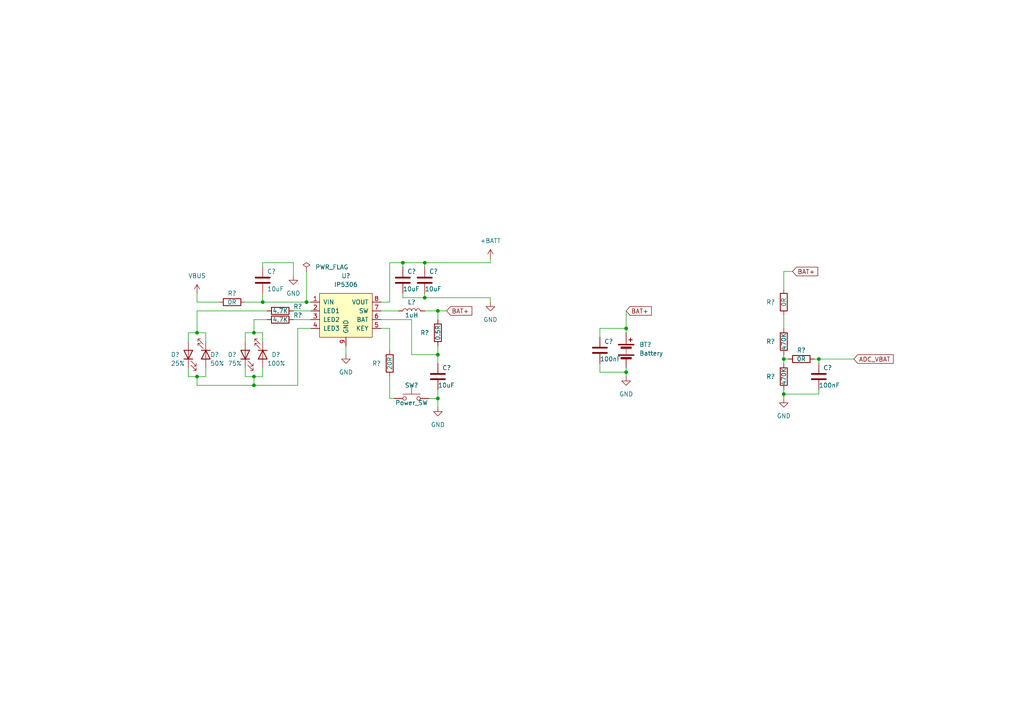
<source format=kicad_sch>
(kicad_sch (version 20230121) (generator eeschema)

  (uuid 94a0fa17-cea9-4096-a16f-0f67faf2fa49)

  (paper "A4")

  (title_block
    (title "ChronoVolt_Control")
    (date "2023-10-08")
    (rev "0.3")
    (company "Final Resolution")
  )

  (lib_symbols
    (symbol "Device:Battery" (pin_numbers hide) (pin_names (offset 0) hide) (in_bom yes) (on_board yes)
      (property "Reference" "BT" (at 2.54 2.54 0)
        (effects (font (size 1.27 1.27)) (justify left))
      )
      (property "Value" "Battery" (at 2.54 0 0)
        (effects (font (size 1.27 1.27)) (justify left))
      )
      (property "Footprint" "" (at 0 1.524 90)
        (effects (font (size 1.27 1.27)) hide)
      )
      (property "Datasheet" "~" (at 0 1.524 90)
        (effects (font (size 1.27 1.27)) hide)
      )
      (property "ki_keywords" "batt voltage-source cell" (at 0 0 0)
        (effects (font (size 1.27 1.27)) hide)
      )
      (property "ki_description" "Multiple-cell battery" (at 0 0 0)
        (effects (font (size 1.27 1.27)) hide)
      )
      (symbol "Battery_0_1"
        (rectangle (start -2.286 -1.27) (end 2.286 -1.524)
          (stroke (width 0) (type default))
          (fill (type outline))
        )
        (rectangle (start -2.286 1.778) (end 2.286 1.524)
          (stroke (width 0) (type default))
          (fill (type outline))
        )
        (rectangle (start -1.524 -2.032) (end 1.524 -2.54)
          (stroke (width 0) (type default))
          (fill (type outline))
        )
        (rectangle (start -1.524 1.016) (end 1.524 0.508)
          (stroke (width 0) (type default))
          (fill (type outline))
        )
        (polyline
          (pts
            (xy 0 -1.016)
            (xy 0 -0.762)
          )
          (stroke (width 0) (type default))
          (fill (type none))
        )
        (polyline
          (pts
            (xy 0 -0.508)
            (xy 0 -0.254)
          )
          (stroke (width 0) (type default))
          (fill (type none))
        )
        (polyline
          (pts
            (xy 0 0)
            (xy 0 0.254)
          )
          (stroke (width 0) (type default))
          (fill (type none))
        )
        (polyline
          (pts
            (xy 0 1.778)
            (xy 0 2.54)
          )
          (stroke (width 0) (type default))
          (fill (type none))
        )
        (polyline
          (pts
            (xy 0.762 3.048)
            (xy 1.778 3.048)
          )
          (stroke (width 0.254) (type default))
          (fill (type none))
        )
        (polyline
          (pts
            (xy 1.27 3.556)
            (xy 1.27 2.54)
          )
          (stroke (width 0.254) (type default))
          (fill (type none))
        )
      )
      (symbol "Battery_1_1"
        (pin passive line (at 0 5.08 270) (length 2.54)
          (name "+" (effects (font (size 1.27 1.27))))
          (number "1" (effects (font (size 1.27 1.27))))
        )
        (pin passive line (at 0 -5.08 90) (length 2.54)
          (name "-" (effects (font (size 1.27 1.27))))
          (number "2" (effects (font (size 1.27 1.27))))
        )
      )
    )
    (symbol "Device:C" (pin_numbers hide) (pin_names (offset 0.254)) (in_bom yes) (on_board yes)
      (property "Reference" "C" (at 0.635 2.54 0)
        (effects (font (size 1.27 1.27)) (justify left))
      )
      (property "Value" "C" (at 0.635 -2.54 0)
        (effects (font (size 1.27 1.27)) (justify left))
      )
      (property "Footprint" "" (at 0.9652 -3.81 0)
        (effects (font (size 1.27 1.27)) hide)
      )
      (property "Datasheet" "~" (at 0 0 0)
        (effects (font (size 1.27 1.27)) hide)
      )
      (property "ki_keywords" "cap capacitor" (at 0 0 0)
        (effects (font (size 1.27 1.27)) hide)
      )
      (property "ki_description" "Unpolarized capacitor" (at 0 0 0)
        (effects (font (size 1.27 1.27)) hide)
      )
      (property "ki_fp_filters" "C_*" (at 0 0 0)
        (effects (font (size 1.27 1.27)) hide)
      )
      (symbol "C_0_1"
        (polyline
          (pts
            (xy -2.032 -0.762)
            (xy 2.032 -0.762)
          )
          (stroke (width 0.508) (type default))
          (fill (type none))
        )
        (polyline
          (pts
            (xy -2.032 0.762)
            (xy 2.032 0.762)
          )
          (stroke (width 0.508) (type default))
          (fill (type none))
        )
      )
      (symbol "C_1_1"
        (pin passive line (at 0 3.81 270) (length 2.794)
          (name "~" (effects (font (size 1.27 1.27))))
          (number "1" (effects (font (size 1.27 1.27))))
        )
        (pin passive line (at 0 -3.81 90) (length 2.794)
          (name "~" (effects (font (size 1.27 1.27))))
          (number "2" (effects (font (size 1.27 1.27))))
        )
      )
    )
    (symbol "Device:L" (pin_numbers hide) (pin_names (offset 1.016) hide) (in_bom yes) (on_board yes)
      (property "Reference" "L" (at -1.27 0 90)
        (effects (font (size 1.27 1.27)))
      )
      (property "Value" "L" (at 1.905 0 90)
        (effects (font (size 1.27 1.27)))
      )
      (property "Footprint" "" (at 0 0 0)
        (effects (font (size 1.27 1.27)) hide)
      )
      (property "Datasheet" "~" (at 0 0 0)
        (effects (font (size 1.27 1.27)) hide)
      )
      (property "ki_keywords" "inductor choke coil reactor magnetic" (at 0 0 0)
        (effects (font (size 1.27 1.27)) hide)
      )
      (property "ki_description" "Inductor" (at 0 0 0)
        (effects (font (size 1.27 1.27)) hide)
      )
      (property "ki_fp_filters" "Choke_* *Coil* Inductor_* L_*" (at 0 0 0)
        (effects (font (size 1.27 1.27)) hide)
      )
      (symbol "L_0_1"
        (arc (start 0 -2.54) (mid 0.6323 -1.905) (end 0 -1.27)
          (stroke (width 0) (type default))
          (fill (type none))
        )
        (arc (start 0 -1.27) (mid 0.6323 -0.635) (end 0 0)
          (stroke (width 0) (type default))
          (fill (type none))
        )
        (arc (start 0 0) (mid 0.6323 0.635) (end 0 1.27)
          (stroke (width 0) (type default))
          (fill (type none))
        )
        (arc (start 0 1.27) (mid 0.6323 1.905) (end 0 2.54)
          (stroke (width 0) (type default))
          (fill (type none))
        )
      )
      (symbol "L_1_1"
        (pin passive line (at 0 3.81 270) (length 1.27)
          (name "1" (effects (font (size 1.27 1.27))))
          (number "1" (effects (font (size 1.27 1.27))))
        )
        (pin passive line (at 0 -3.81 90) (length 1.27)
          (name "2" (effects (font (size 1.27 1.27))))
          (number "2" (effects (font (size 1.27 1.27))))
        )
      )
    )
    (symbol "Device:LED" (pin_numbers hide) (pin_names (offset 1.016) hide) (in_bom yes) (on_board yes)
      (property "Reference" "D" (at 0 2.54 0)
        (effects (font (size 1.27 1.27)))
      )
      (property "Value" "LED" (at 0 -2.54 0)
        (effects (font (size 1.27 1.27)))
      )
      (property "Footprint" "" (at 0 0 0)
        (effects (font (size 1.27 1.27)) hide)
      )
      (property "Datasheet" "~" (at 0 0 0)
        (effects (font (size 1.27 1.27)) hide)
      )
      (property "ki_keywords" "LED diode" (at 0 0 0)
        (effects (font (size 1.27 1.27)) hide)
      )
      (property "ki_description" "Light emitting diode" (at 0 0 0)
        (effects (font (size 1.27 1.27)) hide)
      )
      (property "ki_fp_filters" "LED* LED_SMD:* LED_THT:*" (at 0 0 0)
        (effects (font (size 1.27 1.27)) hide)
      )
      (symbol "LED_0_1"
        (polyline
          (pts
            (xy -1.27 -1.27)
            (xy -1.27 1.27)
          )
          (stroke (width 0.254) (type default))
          (fill (type none))
        )
        (polyline
          (pts
            (xy -1.27 0)
            (xy 1.27 0)
          )
          (stroke (width 0) (type default))
          (fill (type none))
        )
        (polyline
          (pts
            (xy 1.27 -1.27)
            (xy 1.27 1.27)
            (xy -1.27 0)
            (xy 1.27 -1.27)
          )
          (stroke (width 0.254) (type default))
          (fill (type none))
        )
        (polyline
          (pts
            (xy -3.048 -0.762)
            (xy -4.572 -2.286)
            (xy -3.81 -2.286)
            (xy -4.572 -2.286)
            (xy -4.572 -1.524)
          )
          (stroke (width 0) (type default))
          (fill (type none))
        )
        (polyline
          (pts
            (xy -1.778 -0.762)
            (xy -3.302 -2.286)
            (xy -2.54 -2.286)
            (xy -3.302 -2.286)
            (xy -3.302 -1.524)
          )
          (stroke (width 0) (type default))
          (fill (type none))
        )
      )
      (symbol "LED_1_1"
        (pin passive line (at -3.81 0 0) (length 2.54)
          (name "K" (effects (font (size 1.27 1.27))))
          (number "1" (effects (font (size 1.27 1.27))))
        )
        (pin passive line (at 3.81 0 180) (length 2.54)
          (name "A" (effects (font (size 1.27 1.27))))
          (number "2" (effects (font (size 1.27 1.27))))
        )
      )
    )
    (symbol "Device:R" (pin_numbers hide) (pin_names (offset 0)) (in_bom yes) (on_board yes)
      (property "Reference" "R" (at 2.032 0 90)
        (effects (font (size 1.27 1.27)))
      )
      (property "Value" "R" (at 0 0 90)
        (effects (font (size 1.27 1.27)))
      )
      (property "Footprint" "" (at -1.778 0 90)
        (effects (font (size 1.27 1.27)) hide)
      )
      (property "Datasheet" "~" (at 0 0 0)
        (effects (font (size 1.27 1.27)) hide)
      )
      (property "ki_keywords" "R res resistor" (at 0 0 0)
        (effects (font (size 1.27 1.27)) hide)
      )
      (property "ki_description" "Resistor" (at 0 0 0)
        (effects (font (size 1.27 1.27)) hide)
      )
      (property "ki_fp_filters" "R_*" (at 0 0 0)
        (effects (font (size 1.27 1.27)) hide)
      )
      (symbol "R_0_1"
        (rectangle (start -1.016 -2.54) (end 1.016 2.54)
          (stroke (width 0.254) (type default))
          (fill (type none))
        )
      )
      (symbol "R_1_1"
        (pin passive line (at 0 3.81 270) (length 1.27)
          (name "~" (effects (font (size 1.27 1.27))))
          (number "1" (effects (font (size 1.27 1.27))))
        )
        (pin passive line (at 0 -3.81 90) (length 1.27)
          (name "~" (effects (font (size 1.27 1.27))))
          (number "2" (effects (font (size 1.27 1.27))))
        )
      )
    )
    (symbol "Final_MIX-EXP_Lib:IP5306" (pin_names (offset 1.016)) (in_bom yes) (on_board yes)
      (property "Reference" "U" (at 0 0 0)
        (effects (font (size 1.27 1.27)))
      )
      (property "Value" "IP5306" (at 7.62 0 0)
        (effects (font (size 1.27 1.27)))
      )
      (property "Footprint" "" (at 0 0 0)
        (effects (font (size 1.27 1.27)) hide)
      )
      (property "Datasheet" "" (at 0 0 0)
        (effects (font (size 1.27 1.27)) hide)
      )
      (symbol "IP5306_0_1"
        (rectangle (start 0 -1.27) (end 15.24 -13.97)
          (stroke (width 0) (type default))
          (fill (type background))
        )
      )
      (symbol "IP5306_1_1"
        (pin power_in line (at -2.54 -3.81 0) (length 2.54)
          (name "VIN" (effects (font (size 1.27 1.27))))
          (number "1" (effects (font (size 1.27 1.27))))
        )
        (pin passive line (at -2.54 -6.35 0) (length 2.54)
          (name "LED1" (effects (font (size 1.27 1.27))))
          (number "2" (effects (font (size 1.27 1.27))))
        )
        (pin passive line (at -2.54 -8.89 0) (length 2.54)
          (name "LED2" (effects (font (size 1.27 1.27))))
          (number "3" (effects (font (size 1.27 1.27))))
        )
        (pin passive line (at -2.54 -11.43 0) (length 2.54)
          (name "LED3" (effects (font (size 1.27 1.27))))
          (number "4" (effects (font (size 1.27 1.27))))
        )
        (pin passive line (at 17.78 -11.43 180) (length 2.54)
          (name "KEY" (effects (font (size 1.27 1.27))))
          (number "5" (effects (font (size 1.27 1.27))))
        )
        (pin passive line (at 17.78 -8.89 180) (length 2.54)
          (name "BAT" (effects (font (size 1.27 1.27))))
          (number "6" (effects (font (size 1.27 1.27))))
        )
        (pin passive line (at 17.78 -6.35 180) (length 2.54)
          (name "SW" (effects (font (size 1.27 1.27))))
          (number "7" (effects (font (size 1.27 1.27))))
        )
        (pin power_out line (at 17.78 -3.81 180) (length 2.54)
          (name "VOUT" (effects (font (size 1.27 1.27))))
          (number "8" (effects (font (size 1.27 1.27))))
        )
        (pin power_in line (at 7.62 -16.51 90) (length 2.54)
          (name "GND" (effects (font (size 1.27 1.27))))
          (number "9" (effects (font (size 1.27 1.27))))
        )
      )
    )
    (symbol "Switch:SW_Push" (pin_numbers hide) (pin_names (offset 1.016) hide) (in_bom yes) (on_board yes)
      (property "Reference" "SW" (at 1.27 2.54 0)
        (effects (font (size 1.27 1.27)) (justify left))
      )
      (property "Value" "SW_Push" (at 0 -1.524 0)
        (effects (font (size 1.27 1.27)))
      )
      (property "Footprint" "" (at 0 5.08 0)
        (effects (font (size 1.27 1.27)) hide)
      )
      (property "Datasheet" "~" (at 0 5.08 0)
        (effects (font (size 1.27 1.27)) hide)
      )
      (property "ki_keywords" "switch normally-open pushbutton push-button" (at 0 0 0)
        (effects (font (size 1.27 1.27)) hide)
      )
      (property "ki_description" "Push button switch, generic, two pins" (at 0 0 0)
        (effects (font (size 1.27 1.27)) hide)
      )
      (symbol "SW_Push_0_1"
        (circle (center -2.032 0) (radius 0.508)
          (stroke (width 0) (type default))
          (fill (type none))
        )
        (polyline
          (pts
            (xy 0 1.27)
            (xy 0 3.048)
          )
          (stroke (width 0) (type default))
          (fill (type none))
        )
        (polyline
          (pts
            (xy 2.54 1.27)
            (xy -2.54 1.27)
          )
          (stroke (width 0) (type default))
          (fill (type none))
        )
        (circle (center 2.032 0) (radius 0.508)
          (stroke (width 0) (type default))
          (fill (type none))
        )
        (pin passive line (at -5.08 0 0) (length 2.54)
          (name "1" (effects (font (size 1.27 1.27))))
          (number "1" (effects (font (size 1.27 1.27))))
        )
        (pin passive line (at 5.08 0 180) (length 2.54)
          (name "2" (effects (font (size 1.27 1.27))))
          (number "2" (effects (font (size 1.27 1.27))))
        )
      )
    )
    (symbol "power:+BATT" (power) (pin_names (offset 0)) (in_bom yes) (on_board yes)
      (property "Reference" "#PWR" (at 0 -3.81 0)
        (effects (font (size 1.27 1.27)) hide)
      )
      (property "Value" "+BATT" (at 0 3.556 0)
        (effects (font (size 1.27 1.27)))
      )
      (property "Footprint" "" (at 0 0 0)
        (effects (font (size 1.27 1.27)) hide)
      )
      (property "Datasheet" "" (at 0 0 0)
        (effects (font (size 1.27 1.27)) hide)
      )
      (property "ki_keywords" "global power battery" (at 0 0 0)
        (effects (font (size 1.27 1.27)) hide)
      )
      (property "ki_description" "Power symbol creates a global label with name \"+BATT\"" (at 0 0 0)
        (effects (font (size 1.27 1.27)) hide)
      )
      (symbol "+BATT_0_1"
        (polyline
          (pts
            (xy -0.762 1.27)
            (xy 0 2.54)
          )
          (stroke (width 0) (type default))
          (fill (type none))
        )
        (polyline
          (pts
            (xy 0 0)
            (xy 0 2.54)
          )
          (stroke (width 0) (type default))
          (fill (type none))
        )
        (polyline
          (pts
            (xy 0 2.54)
            (xy 0.762 1.27)
          )
          (stroke (width 0) (type default))
          (fill (type none))
        )
      )
      (symbol "+BATT_1_1"
        (pin power_in line (at 0 0 90) (length 0) hide
          (name "+BATT" (effects (font (size 1.27 1.27))))
          (number "1" (effects (font (size 1.27 1.27))))
        )
      )
    )
    (symbol "power:GND" (power) (pin_names (offset 0)) (in_bom yes) (on_board yes)
      (property "Reference" "#PWR" (at 0 -6.35 0)
        (effects (font (size 1.27 1.27)) hide)
      )
      (property "Value" "GND" (at 0 -3.81 0)
        (effects (font (size 1.27 1.27)))
      )
      (property "Footprint" "" (at 0 0 0)
        (effects (font (size 1.27 1.27)) hide)
      )
      (property "Datasheet" "" (at 0 0 0)
        (effects (font (size 1.27 1.27)) hide)
      )
      (property "ki_keywords" "global power" (at 0 0 0)
        (effects (font (size 1.27 1.27)) hide)
      )
      (property "ki_description" "Power symbol creates a global label with name \"GND\" , ground" (at 0 0 0)
        (effects (font (size 1.27 1.27)) hide)
      )
      (symbol "GND_0_1"
        (polyline
          (pts
            (xy 0 0)
            (xy 0 -1.27)
            (xy 1.27 -1.27)
            (xy 0 -2.54)
            (xy -1.27 -1.27)
            (xy 0 -1.27)
          )
          (stroke (width 0) (type default))
          (fill (type none))
        )
      )
      (symbol "GND_1_1"
        (pin power_in line (at 0 0 270) (length 0) hide
          (name "GND" (effects (font (size 1.27 1.27))))
          (number "1" (effects (font (size 1.27 1.27))))
        )
      )
    )
    (symbol "power:PWR_FLAG" (power) (pin_numbers hide) (pin_names (offset 0) hide) (in_bom yes) (on_board yes)
      (property "Reference" "#FLG" (at 0 1.905 0)
        (effects (font (size 1.27 1.27)) hide)
      )
      (property "Value" "PWR_FLAG" (at 0 3.81 0)
        (effects (font (size 1.27 1.27)))
      )
      (property "Footprint" "" (at 0 0 0)
        (effects (font (size 1.27 1.27)) hide)
      )
      (property "Datasheet" "~" (at 0 0 0)
        (effects (font (size 1.27 1.27)) hide)
      )
      (property "ki_keywords" "flag power" (at 0 0 0)
        (effects (font (size 1.27 1.27)) hide)
      )
      (property "ki_description" "Special symbol for telling ERC where power comes from" (at 0 0 0)
        (effects (font (size 1.27 1.27)) hide)
      )
      (symbol "PWR_FLAG_0_0"
        (pin power_out line (at 0 0 90) (length 0)
          (name "pwr" (effects (font (size 1.27 1.27))))
          (number "1" (effects (font (size 1.27 1.27))))
        )
      )
      (symbol "PWR_FLAG_0_1"
        (polyline
          (pts
            (xy 0 0)
            (xy 0 1.27)
            (xy -1.016 1.905)
            (xy 0 2.54)
            (xy 1.016 1.905)
            (xy 0 1.27)
          )
          (stroke (width 0) (type default))
          (fill (type none))
        )
      )
    )
    (symbol "power:VBUS" (power) (pin_names (offset 0)) (in_bom yes) (on_board yes)
      (property "Reference" "#PWR" (at 0 -3.81 0)
        (effects (font (size 1.27 1.27)) hide)
      )
      (property "Value" "VBUS" (at 0 3.81 0)
        (effects (font (size 1.27 1.27)))
      )
      (property "Footprint" "" (at 0 0 0)
        (effects (font (size 1.27 1.27)) hide)
      )
      (property "Datasheet" "" (at 0 0 0)
        (effects (font (size 1.27 1.27)) hide)
      )
      (property "ki_keywords" "global power" (at 0 0 0)
        (effects (font (size 1.27 1.27)) hide)
      )
      (property "ki_description" "Power symbol creates a global label with name \"VBUS\"" (at 0 0 0)
        (effects (font (size 1.27 1.27)) hide)
      )
      (symbol "VBUS_0_1"
        (polyline
          (pts
            (xy -0.762 1.27)
            (xy 0 2.54)
          )
          (stroke (width 0) (type default))
          (fill (type none))
        )
        (polyline
          (pts
            (xy 0 0)
            (xy 0 2.54)
          )
          (stroke (width 0) (type default))
          (fill (type none))
        )
        (polyline
          (pts
            (xy 0 2.54)
            (xy 0.762 1.27)
          )
          (stroke (width 0) (type default))
          (fill (type none))
        )
      )
      (symbol "VBUS_1_1"
        (pin power_in line (at 0 0 90) (length 0) hide
          (name "VBUS" (effects (font (size 1.27 1.27))))
          (number "1" (effects (font (size 1.27 1.27))))
        )
      )
    )
  )

  (junction (at 127 90.17) (diameter 0) (color 0 0 0 0)
    (uuid 1caf4b39-f398-432c-ade7-a900b921f8bb)
  )
  (junction (at 227.33 104.14) (diameter 0) (color 0 0 0 0)
    (uuid 28306ce8-2994-4f21-95bf-98bbb696c0c2)
  )
  (junction (at 127 102.87) (diameter 0) (color 0 0 0 0)
    (uuid 57ff36bf-aeae-444e-b912-10853ecc825b)
  )
  (junction (at 57.15 109.22) (diameter 0) (color 0 0 0 0)
    (uuid 5a023090-ba1c-4026-8b60-7b57361f7d95)
  )
  (junction (at 127 115.57) (diameter 0) (color 0 0 0 0)
    (uuid 6e084287-842e-4503-a6e9-1a42e755b410)
  )
  (junction (at 237.49 104.14) (diameter 0) (color 0 0 0 0)
    (uuid 6ec23bc6-ec3c-4a73-9441-89c6766e924e)
  )
  (junction (at 227.33 114.3) (diameter 0) (color 0 0 0 0)
    (uuid 932bb0a6-5d9c-4550-aa7d-4f7f36735083)
  )
  (junction (at 88.9 87.63) (diameter 0) (color 0 0 0 0)
    (uuid 96753289-9018-43cf-b3fe-631b163cbb8d)
  )
  (junction (at 123.19 76.2) (diameter 0) (color 0 0 0 0)
    (uuid 97fb9185-35fa-4fa9-b7e7-cd733b3fdd61)
  )
  (junction (at 181.61 107.95) (diameter 0) (color 0 0 0 0)
    (uuid 9ccf3c2a-c0b2-41c0-a0a7-41c8ca01512e)
  )
  (junction (at 76.2 87.63) (diameter 0) (color 0 0 0 0)
    (uuid 9f7002da-75c5-4066-9550-3f531fecf7b3)
  )
  (junction (at 73.66 109.22) (diameter 0) (color 0 0 0 0)
    (uuid a1204e72-61ef-4723-9055-a5eb96fbb19a)
  )
  (junction (at 57.15 96.52) (diameter 0) (color 0 0 0 0)
    (uuid b6ee4d8c-a613-4888-b51e-124cc0add4f0)
  )
  (junction (at 181.61 95.25) (diameter 0) (color 0 0 0 0)
    (uuid ca208625-8d91-4168-812d-901fc5cf114e)
  )
  (junction (at 73.66 96.52) (diameter 0) (color 0 0 0 0)
    (uuid e86405bb-03f7-4d74-b7af-8d090d26aaf3)
  )
  (junction (at 116.84 76.2) (diameter 0) (color 0 0 0 0)
    (uuid f1dd5356-10cf-4ca2-9488-305ddb72c17f)
  )
  (junction (at 73.66 111.76) (diameter 0) (color 0 0 0 0)
    (uuid f88d3c8f-082a-4829-a167-df609cd2b32d)
  )
  (junction (at 123.19 86.36) (diameter 0) (color 0 0 0 0)
    (uuid fe426e81-579e-4156-bd4f-70de7915f0c3)
  )

  (wire (pts (xy 123.19 86.36) (xy 123.19 85.09))
    (stroke (width 0) (type default))
    (uuid 02416aff-d67d-4357-a2f5-65504523b6e3)
  )
  (wire (pts (xy 181.61 106.68) (xy 181.61 107.95))
    (stroke (width 0) (type default))
    (uuid 0296768f-7457-4324-b87d-84fbbf5daf9c)
  )
  (wire (pts (xy 237.49 114.3) (xy 227.33 114.3))
    (stroke (width 0) (type default))
    (uuid 062e69d0-2d01-4bfb-9092-ef3b6167e9f2)
  )
  (wire (pts (xy 181.61 90.17) (xy 181.61 95.25))
    (stroke (width 0) (type default))
    (uuid 0f61f529-c73d-42d3-8748-4920f39a3171)
  )
  (wire (pts (xy 57.15 96.52) (xy 59.69 96.52))
    (stroke (width 0) (type default))
    (uuid 14313cb2-a258-4f07-b704-85117bf4e267)
  )
  (wire (pts (xy 85.09 76.2) (xy 76.2 76.2))
    (stroke (width 0) (type default))
    (uuid 155ffe24-73df-43e4-b7ed-23a640278e42)
  )
  (wire (pts (xy 173.99 95.25) (xy 181.61 95.25))
    (stroke (width 0) (type default))
    (uuid 16732e34-8d8d-4900-97fc-6a6888a19fa6)
  )
  (wire (pts (xy 237.49 104.14) (xy 237.49 105.41))
    (stroke (width 0) (type default))
    (uuid 1c95130c-0d73-475a-8574-723ba0dfa6cc)
  )
  (wire (pts (xy 71.12 106.68) (xy 71.12 109.22))
    (stroke (width 0) (type default))
    (uuid 219a3daa-290b-4af1-97a9-bbe046bc91b8)
  )
  (wire (pts (xy 71.12 99.06) (xy 71.12 96.52))
    (stroke (width 0) (type default))
    (uuid 2205c7b7-06ab-4c1d-8dd6-8723eabe9a08)
  )
  (wire (pts (xy 227.33 104.14) (xy 228.6 104.14))
    (stroke (width 0) (type default))
    (uuid 26a30e1c-683c-4fe9-b5db-b6c9550c3c1f)
  )
  (wire (pts (xy 88.9 78.74) (xy 88.9 87.63))
    (stroke (width 0) (type default))
    (uuid 26abf7cd-e738-4f22-907d-e13515a3a2f3)
  )
  (wire (pts (xy 110.49 92.71) (xy 119.38 92.71))
    (stroke (width 0) (type default))
    (uuid 2704868e-2121-49b5-92d9-39f98c3fd6e7)
  )
  (wire (pts (xy 227.33 113.03) (xy 227.33 114.3))
    (stroke (width 0) (type default))
    (uuid 32623ea7-d719-4d7b-8b32-77ea7066a890)
  )
  (wire (pts (xy 173.99 97.79) (xy 173.99 95.25))
    (stroke (width 0) (type default))
    (uuid 34cff1a3-e8c2-4976-b828-d086fd4c0ba6)
  )
  (wire (pts (xy 119.38 92.71) (xy 119.38 102.87))
    (stroke (width 0) (type default))
    (uuid 39a7bca7-b90d-4e90-acd7-7fd94645dc02)
  )
  (wire (pts (xy 181.61 95.25) (xy 181.61 96.52))
    (stroke (width 0) (type default))
    (uuid 3a73fb1e-3501-4b98-87a9-017d9d41559a)
  )
  (wire (pts (xy 123.19 76.2) (xy 142.24 76.2))
    (stroke (width 0) (type default))
    (uuid 3d5496be-69f8-4b14-8f28-18a30624658f)
  )
  (wire (pts (xy 57.15 87.63) (xy 63.5 87.63))
    (stroke (width 0) (type default))
    (uuid 4094e3fb-6d7a-42c7-8891-15bb0c1251ba)
  )
  (wire (pts (xy 124.46 115.57) (xy 127 115.57))
    (stroke (width 0) (type default))
    (uuid 4527dedd-47e4-4bcf-bf9f-7dae5820028d)
  )
  (wire (pts (xy 142.24 87.63) (xy 142.24 86.36))
    (stroke (width 0) (type default))
    (uuid 478da985-a55a-4998-bfbe-94f79d187bb7)
  )
  (wire (pts (xy 229.87 78.74) (xy 227.33 78.74))
    (stroke (width 0) (type default))
    (uuid 49faebf5-0e6d-4c42-b312-96053a1af2ac)
  )
  (wire (pts (xy 54.61 96.52) (xy 54.61 99.06))
    (stroke (width 0) (type default))
    (uuid 4c7d7e04-d5a4-4718-ae8c-1c6fd2675cda)
  )
  (wire (pts (xy 71.12 96.52) (xy 73.66 96.52))
    (stroke (width 0) (type default))
    (uuid 4df82a8c-2a6e-4fe4-8fbf-ef4a6bd3cf46)
  )
  (wire (pts (xy 54.61 109.22) (xy 57.15 109.22))
    (stroke (width 0) (type default))
    (uuid 4f5c1486-acff-4a7c-bf6d-b63ee041b167)
  )
  (wire (pts (xy 237.49 104.14) (xy 247.65 104.14))
    (stroke (width 0) (type default))
    (uuid 52309429-0360-4ad7-b91b-06db02a237d5)
  )
  (wire (pts (xy 76.2 87.63) (xy 88.9 87.63))
    (stroke (width 0) (type default))
    (uuid 55a8ecc6-99e1-4713-b9cd-434d448770c1)
  )
  (wire (pts (xy 86.36 111.76) (xy 73.66 111.76))
    (stroke (width 0) (type default))
    (uuid 57f86de8-9850-4260-951f-c3c604184384)
  )
  (wire (pts (xy 127 90.17) (xy 123.19 90.17))
    (stroke (width 0) (type default))
    (uuid 610172e9-52a0-4d39-802f-41738afbb5bd)
  )
  (wire (pts (xy 59.69 99.06) (xy 59.69 96.52))
    (stroke (width 0) (type default))
    (uuid 63046181-73d4-4935-b2ea-2cc63645b224)
  )
  (wire (pts (xy 123.19 76.2) (xy 123.19 77.47))
    (stroke (width 0) (type default))
    (uuid 6774eb01-9ff5-4084-ad42-ef3c48b246d5)
  )
  (wire (pts (xy 142.24 76.2) (xy 142.24 74.93))
    (stroke (width 0) (type default))
    (uuid 69fb672d-ebec-4bbb-bc60-77600730f53d)
  )
  (wire (pts (xy 76.2 96.52) (xy 76.2 99.06))
    (stroke (width 0) (type default))
    (uuid 6af236b7-c4af-42d0-9823-f675d67d1ef7)
  )
  (wire (pts (xy 85.09 90.17) (xy 90.17 90.17))
    (stroke (width 0) (type default))
    (uuid 6ca0d4b5-38e5-4f53-8179-82c139b29410)
  )
  (wire (pts (xy 110.49 95.25) (xy 113.03 95.25))
    (stroke (width 0) (type default))
    (uuid 6e090763-f883-4192-9cb7-2f035ca0f3db)
  )
  (wire (pts (xy 127 92.71) (xy 127 90.17))
    (stroke (width 0) (type default))
    (uuid 732d8a82-40d9-4ae7-a061-34b4f7b646a8)
  )
  (wire (pts (xy 73.66 92.71) (xy 73.66 96.52))
    (stroke (width 0) (type default))
    (uuid 736ccb29-25b5-4504-bde4-676e2cd0566d)
  )
  (wire (pts (xy 116.84 76.2) (xy 116.84 77.47))
    (stroke (width 0) (type default))
    (uuid 74c7691f-c31c-495d-baba-6591e2bc1bbe)
  )
  (wire (pts (xy 227.33 102.87) (xy 227.33 104.14))
    (stroke (width 0) (type default))
    (uuid 79644282-720e-4754-ab96-6797e3f5eadf)
  )
  (wire (pts (xy 116.84 86.36) (xy 123.19 86.36))
    (stroke (width 0) (type default))
    (uuid 80cd77c0-989e-4b30-9922-06f57286952e)
  )
  (wire (pts (xy 113.03 95.25) (xy 113.03 101.6))
    (stroke (width 0) (type default))
    (uuid 83c9f6b9-f0cf-495d-9920-53e7213a9d43)
  )
  (wire (pts (xy 73.66 109.22) (xy 76.2 109.22))
    (stroke (width 0) (type default))
    (uuid 84bea0e2-4f80-411b-9820-34b4498a3ec7)
  )
  (wire (pts (xy 54.61 106.68) (xy 54.61 109.22))
    (stroke (width 0) (type default))
    (uuid 850e0ea6-810d-441b-924a-ea933b670903)
  )
  (wire (pts (xy 227.33 114.3) (xy 227.33 115.57))
    (stroke (width 0) (type default))
    (uuid 86c1f306-ec08-4f64-b8a9-14ecca93ff72)
  )
  (wire (pts (xy 110.49 87.63) (xy 113.03 87.63))
    (stroke (width 0) (type default))
    (uuid 8798efc3-87ef-4e7f-bb19-7966b2c4edb9)
  )
  (wire (pts (xy 76.2 85.09) (xy 76.2 87.63))
    (stroke (width 0) (type default))
    (uuid 888e1a48-d553-4ebe-ba50-5db2f71bb8c5)
  )
  (wire (pts (xy 113.03 87.63) (xy 113.03 76.2))
    (stroke (width 0) (type default))
    (uuid 8972c3b1-ad51-4a5f-b073-2e3c2df8bed6)
  )
  (wire (pts (xy 119.38 102.87) (xy 127 102.87))
    (stroke (width 0) (type default))
    (uuid 8dc5bba0-b7b7-436b-a7e9-3530e20451c5)
  )
  (wire (pts (xy 86.36 95.25) (xy 86.36 111.76))
    (stroke (width 0) (type default))
    (uuid 8e97be71-4201-456d-8a92-2f6e6de58719)
  )
  (wire (pts (xy 57.15 85.09) (xy 57.15 87.63))
    (stroke (width 0) (type default))
    (uuid 95027a25-3ae8-4f3a-93ba-dd56b5fc0039)
  )
  (wire (pts (xy 88.9 87.63) (xy 90.17 87.63))
    (stroke (width 0) (type default))
    (uuid 9647fe0f-f6db-4b9a-bd6d-ff81ad152c64)
  )
  (wire (pts (xy 54.61 96.52) (xy 57.15 96.52))
    (stroke (width 0) (type default))
    (uuid 98260755-e014-43a3-a08d-8102323dbc05)
  )
  (wire (pts (xy 116.84 76.2) (xy 123.19 76.2))
    (stroke (width 0) (type default))
    (uuid 99ce2dd9-890a-47d9-ab50-43ed7a86f6a9)
  )
  (wire (pts (xy 71.12 87.63) (xy 76.2 87.63))
    (stroke (width 0) (type default))
    (uuid a0fc06f1-8b2f-4aa0-8de8-fea86499a47a)
  )
  (wire (pts (xy 76.2 76.2) (xy 76.2 77.47))
    (stroke (width 0) (type default))
    (uuid a3e844f8-f5a2-42df-ba9d-cebabf3bfe86)
  )
  (wire (pts (xy 227.33 91.44) (xy 227.33 95.25))
    (stroke (width 0) (type default))
    (uuid a6621005-7aa9-4747-905d-a36cc03f4546)
  )
  (wire (pts (xy 73.66 109.22) (xy 73.66 111.76))
    (stroke (width 0) (type default))
    (uuid a719bcf1-1ce9-4cfc-b538-9a522a57c7ef)
  )
  (wire (pts (xy 127 113.03) (xy 127 115.57))
    (stroke (width 0) (type default))
    (uuid a8576113-a1a2-44be-9cee-80d490d6eec5)
  )
  (wire (pts (xy 85.09 92.71) (xy 90.17 92.71))
    (stroke (width 0) (type default))
    (uuid a9306505-58b2-48f2-a5e7-316cf698beae)
  )
  (wire (pts (xy 181.61 107.95) (xy 181.61 109.22))
    (stroke (width 0) (type default))
    (uuid a94176b2-e5ed-4094-af6b-1cdb93317acc)
  )
  (wire (pts (xy 110.49 90.17) (xy 115.57 90.17))
    (stroke (width 0) (type default))
    (uuid b0d561ce-d5e3-4afc-b714-234db0ce0516)
  )
  (wire (pts (xy 123.19 86.36) (xy 142.24 86.36))
    (stroke (width 0) (type default))
    (uuid b6a355be-807f-4402-bb2a-c0186ecbdc24)
  )
  (wire (pts (xy 114.3 115.57) (xy 113.03 115.57))
    (stroke (width 0) (type default))
    (uuid b8b35ac2-54d5-4e06-8ed6-1d94233a47f5)
  )
  (wire (pts (xy 127 100.33) (xy 127 102.87))
    (stroke (width 0) (type default))
    (uuid bb73bd23-5b2d-433f-bc02-097fd3982d72)
  )
  (wire (pts (xy 90.17 95.25) (xy 86.36 95.25))
    (stroke (width 0) (type default))
    (uuid bc5e7027-c8b1-4f0f-8ff5-5c06f09e4520)
  )
  (wire (pts (xy 59.69 109.22) (xy 59.69 106.68))
    (stroke (width 0) (type default))
    (uuid bdc78058-6a77-47f3-af9b-36ec9a82109f)
  )
  (wire (pts (xy 77.47 92.71) (xy 73.66 92.71))
    (stroke (width 0) (type default))
    (uuid be617384-80f6-4c78-8445-92bd23a3847e)
  )
  (wire (pts (xy 71.12 109.22) (xy 73.66 109.22))
    (stroke (width 0) (type default))
    (uuid c588d1af-0b49-4a46-a9f0-1763b4e1fb45)
  )
  (wire (pts (xy 127 115.57) (xy 127 118.11))
    (stroke (width 0) (type default))
    (uuid c6b03cf5-17e2-4351-97ed-baeaf8afe9bf)
  )
  (wire (pts (xy 57.15 109.22) (xy 59.69 109.22))
    (stroke (width 0) (type default))
    (uuid c7dcc13f-82b0-4c27-bb80-9a75bd652bea)
  )
  (wire (pts (xy 173.99 105.41) (xy 173.99 107.95))
    (stroke (width 0) (type default))
    (uuid c817e7df-cbbb-40d4-b753-ed5cc5b0d03b)
  )
  (wire (pts (xy 73.66 96.52) (xy 76.2 96.52))
    (stroke (width 0) (type default))
    (uuid c83228ae-2473-4d51-9cf5-3309ca92b527)
  )
  (wire (pts (xy 113.03 76.2) (xy 116.84 76.2))
    (stroke (width 0) (type default))
    (uuid c886779a-c483-4deb-80b2-2d1430ca1ab3)
  )
  (wire (pts (xy 85.09 80.01) (xy 85.09 76.2))
    (stroke (width 0) (type default))
    (uuid c930afae-e3dc-4a44-bcb2-b100ab71ff31)
  )
  (wire (pts (xy 76.2 109.22) (xy 76.2 106.68))
    (stroke (width 0) (type default))
    (uuid cad35f48-1618-406e-a24b-33bec6220fae)
  )
  (wire (pts (xy 57.15 90.17) (xy 77.47 90.17))
    (stroke (width 0) (type default))
    (uuid cbbf0cb3-a1a1-406c-8278-baf928a1e7bc)
  )
  (wire (pts (xy 57.15 90.17) (xy 57.15 96.52))
    (stroke (width 0) (type default))
    (uuid ce61bbc1-dcff-4cea-9eb5-a91063f333b2)
  )
  (wire (pts (xy 127 102.87) (xy 127 105.41))
    (stroke (width 0) (type default))
    (uuid ceb9f870-056f-4699-af08-bff5b59d2369)
  )
  (wire (pts (xy 227.33 104.14) (xy 227.33 105.41))
    (stroke (width 0) (type default))
    (uuid d009da2b-4860-4865-adf4-6b26ac6dc6de)
  )
  (wire (pts (xy 127 90.17) (xy 129.54 90.17))
    (stroke (width 0) (type default))
    (uuid d3663c8a-a638-4929-a68f-a917d81d5175)
  )
  (wire (pts (xy 237.49 113.03) (xy 237.49 114.3))
    (stroke (width 0) (type default))
    (uuid d44b5c2a-636d-4be4-a8d8-2fa3598e65fa)
  )
  (wire (pts (xy 116.84 85.09) (xy 116.84 86.36))
    (stroke (width 0) (type default))
    (uuid e0e7cead-c61c-4f64-b80a-33af07f3c6b8)
  )
  (wire (pts (xy 236.22 104.14) (xy 237.49 104.14))
    (stroke (width 0) (type default))
    (uuid e17f22b2-9c77-4100-b22a-f4bbf160ce2b)
  )
  (wire (pts (xy 173.99 107.95) (xy 181.61 107.95))
    (stroke (width 0) (type default))
    (uuid e79c2717-693d-4765-a23f-f61a37dc844c)
  )
  (wire (pts (xy 113.03 109.22) (xy 113.03 115.57))
    (stroke (width 0) (type default))
    (uuid e79e4756-2bd4-4518-b748-7aea3a2d27e1)
  )
  (wire (pts (xy 57.15 111.76) (xy 57.15 109.22))
    (stroke (width 0) (type default))
    (uuid e9465a17-339c-4bf0-8432-9c1cc11e3ed7)
  )
  (wire (pts (xy 100.33 100.33) (xy 100.33 102.87))
    (stroke (width 0) (type default))
    (uuid eaf306af-8c76-47fd-a476-212995ffb38a)
  )
  (wire (pts (xy 227.33 78.74) (xy 227.33 83.82))
    (stroke (width 0) (type default))
    (uuid eed8f070-3bc9-4331-b653-c27818cc7886)
  )
  (wire (pts (xy 73.66 111.76) (xy 57.15 111.76))
    (stroke (width 0) (type default))
    (uuid fd477390-7254-4b2e-bec9-88ffc4fb5641)
  )

  (global_label "ADC_VBAT" (shape input) (at 247.65 104.14 0) (fields_autoplaced)
    (effects (font (size 1.27 1.27)) (justify left))
    (uuid 2efbaec7-330a-439d-b0bb-3f6c56f5b9e8)
    (property "Intersheetrefs" "${INTERSHEET_REFS}" (at 259.0741 104.0606 0)
      (effects (font (size 1.27 1.27)) (justify left))
    )
  )
  (global_label "BAT+" (shape input) (at 229.87 78.74 0) (fields_autoplaced)
    (effects (font (size 1.27 1.27)) (justify left))
    (uuid 9402fb8e-2921-4184-8fce-c8379009bc23)
    (property "Intersheetrefs" "${INTERSHEET_REFS}" (at 237.6744 78.74 0)
      (effects (font (size 1.27 1.27)) (justify left))
    )
  )
  (global_label "BAT+" (shape input) (at 181.61 90.17 0) (fields_autoplaced)
    (effects (font (size 1.27 1.27)) (justify left))
    (uuid e435e784-1744-4914-8a1c-2abf9465c942)
    (property "Intersheetrefs" "${INTERSHEET_REFS}" (at 189.4144 90.17 0)
      (effects (font (size 1.27 1.27)) (justify left))
    )
  )
  (global_label "BAT+" (shape input) (at 129.54 90.17 0) (fields_autoplaced)
    (effects (font (size 1.27 1.27)) (justify left))
    (uuid ed98af68-6984-42c0-82db-6dd26a66973c)
    (property "Intersheetrefs" "${INTERSHEET_REFS}" (at 137.3444 90.17 0)
      (effects (font (size 1.27 1.27)) (justify left))
    )
  )

  (symbol (lib_id "Device:LED") (at 54.61 102.87 90) (unit 1)
    (in_bom yes) (on_board yes) (dnp no)
    (uuid 10ce863c-a1a2-4cbc-bd1f-91617596b5ce)
    (property "Reference" "D?" (at 49.53 102.87 90)
      (effects (font (size 1.27 1.27)) (justify right))
    )
    (property "Value" "25%" (at 49.53 105.41 90)
      (effects (font (size 1.27 1.27)) (justify right))
    )
    (property "Footprint" "LED_SMD:LED_0603_1608Metric" (at 54.61 102.87 0)
      (effects (font (size 1.27 1.27)) hide)
    )
    (property "Datasheet" "~" (at 54.61 102.87 0)
      (effects (font (size 1.27 1.27)) hide)
    )
    (pin "1" (uuid f10a7a6b-43a0-4a68-b74c-f472eb207524))
    (pin "2" (uuid d1afa713-3aa8-420e-91a9-a039804db567))
    (instances
      (project "Final_MIX-EXP"
        (path "/57d1654d-9c25-44d8-bc57-77f170ab94a5/2d1ab53b-db34-47c2-b870-642c808657f7"
          (reference "D?") (unit 1)
        )
      )
      (project "ChronoVolt_Control"
        (path "/cceb3d39-99f1-4cc7-aa1d-f414cbebc8ea/a580061a-a1a9-4ffd-980e-7e30cdbca363"
          (reference "D6") (unit 1)
        )
      )
    )
  )

  (symbol (lib_id "Device:C") (at 123.19 81.28 0) (unit 1)
    (in_bom yes) (on_board yes) (dnp no)
    (uuid 12bd2747-6f66-478c-b864-09d769ad2f09)
    (property "Reference" "C?" (at 124.46 78.74 0)
      (effects (font (size 1.27 1.27)) (justify left))
    )
    (property "Value" "10uF" (at 123.19 83.82 0)
      (effects (font (size 1.27 1.27)) (justify left))
    )
    (property "Footprint" "Capacitor_SMD:C_0603_1608Metric" (at 124.1552 85.09 0)
      (effects (font (size 1.27 1.27)) hide)
    )
    (property "Datasheet" "~" (at 123.19 81.28 0)
      (effects (font (size 1.27 1.27)) hide)
    )
    (pin "1" (uuid c9db7579-dfcb-46c6-bcce-abbe1d7c5fdd))
    (pin "2" (uuid f4b773a8-1225-4db4-aed3-d3deaf5ace88))
    (instances
      (project "Final_MIX-EXP"
        (path "/57d1654d-9c25-44d8-bc57-77f170ab94a5/2d1ab53b-db34-47c2-b870-642c808657f7"
          (reference "C?") (unit 1)
        )
      )
      (project "ChronoVolt_Control"
        (path "/cceb3d39-99f1-4cc7-aa1d-f414cbebc8ea/a580061a-a1a9-4ffd-980e-7e30cdbca363"
          (reference "C18") (unit 1)
        )
      )
    )
  )

  (symbol (lib_id "power:+BATT") (at 142.24 74.93 0) (unit 1)
    (in_bom yes) (on_board yes) (dnp no) (fields_autoplaced)
    (uuid 23cc8858-4d62-49ec-9c21-c4a9eb9a1c82)
    (property "Reference" "#PWR?" (at 142.24 78.74 0)
      (effects (font (size 1.27 1.27)) hide)
    )
    (property "Value" "+BATT" (at 142.24 69.85 0)
      (effects (font (size 1.27 1.27)))
    )
    (property "Footprint" "" (at 142.24 74.93 0)
      (effects (font (size 1.27 1.27)) hide)
    )
    (property "Datasheet" "" (at 142.24 74.93 0)
      (effects (font (size 1.27 1.27)) hide)
    )
    (pin "1" (uuid 351eb138-1d94-4222-8483-3188507ff0a9))
    (instances
      (project "Final_MIX-EXP"
        (path "/57d1654d-9c25-44d8-bc57-77f170ab94a5/2d1ab53b-db34-47c2-b870-642c808657f7"
          (reference "#PWR?") (unit 1)
        )
      )
      (project "ChronoVolt_Control"
        (path "/cceb3d39-99f1-4cc7-aa1d-f414cbebc8ea/a580061a-a1a9-4ffd-980e-7e30cdbca363"
          (reference "#PWR046") (unit 1)
        )
      )
    )
  )

  (symbol (lib_id "Device:R") (at 67.31 87.63 90) (unit 1)
    (in_bom yes) (on_board yes) (dnp no)
    (uuid 2c0a238d-cc35-485b-9f98-84fae066b9ff)
    (property "Reference" "R?" (at 67.31 85.09 90)
      (effects (font (size 1.27 1.27)))
    )
    (property "Value" "0R" (at 67.31 87.63 90)
      (effects (font (size 1.27 1.27)))
    )
    (property "Footprint" "Resistor_SMD:R_0603_1608Metric" (at 67.31 89.408 90)
      (effects (font (size 1.27 1.27)) hide)
    )
    (property "Datasheet" "~" (at 67.31 87.63 0)
      (effects (font (size 1.27 1.27)) hide)
    )
    (pin "1" (uuid 748f8ed6-2611-4500-a219-ee1ba7874236))
    (pin "2" (uuid 39ac1761-81c8-4bb3-8eac-63ead87eda53))
    (instances
      (project "Final_MIX-EXP"
        (path "/57d1654d-9c25-44d8-bc57-77f170ab94a5/2d1ab53b-db34-47c2-b870-642c808657f7"
          (reference "R?") (unit 1)
        )
      )
      (project "ChronoVolt_Control"
        (path "/cceb3d39-99f1-4cc7-aa1d-f414cbebc8ea/a580061a-a1a9-4ffd-980e-7e30cdbca363"
          (reference "R19") (unit 1)
        )
      )
    )
  )

  (symbol (lib_id "Device:LED") (at 59.69 102.87 270) (unit 1)
    (in_bom yes) (on_board yes) (dnp no)
    (uuid 42a5a54e-534d-4651-9810-f1e4870de88c)
    (property "Reference" "D?" (at 60.96 102.87 90)
      (effects (font (size 1.27 1.27)) (justify left))
    )
    (property "Value" "50%" (at 60.96 105.41 90)
      (effects (font (size 1.27 1.27)) (justify left))
    )
    (property "Footprint" "LED_SMD:LED_0603_1608Metric" (at 59.69 102.87 0)
      (effects (font (size 1.27 1.27)) hide)
    )
    (property "Datasheet" "~" (at 59.69 102.87 0)
      (effects (font (size 1.27 1.27)) hide)
    )
    (pin "1" (uuid 883e2302-8632-4661-aa07-a43192dbf9fb))
    (pin "2" (uuid 8dbac928-53c5-4920-a9d2-cd11d44dc251))
    (instances
      (project "Final_MIX-EXP"
        (path "/57d1654d-9c25-44d8-bc57-77f170ab94a5/2d1ab53b-db34-47c2-b870-642c808657f7"
          (reference "D?") (unit 1)
        )
      )
      (project "ChronoVolt_Control"
        (path "/cceb3d39-99f1-4cc7-aa1d-f414cbebc8ea/a580061a-a1a9-4ffd-980e-7e30cdbca363"
          (reference "D7") (unit 1)
        )
      )
    )
  )

  (symbol (lib_id "Device:R") (at 81.28 92.71 90) (unit 1)
    (in_bom yes) (on_board yes) (dnp no)
    (uuid 4c43a967-92b6-4556-8372-2a6f8eb177b2)
    (property "Reference" "R?" (at 86.36 91.44 90)
      (effects (font (size 1.27 1.27)))
    )
    (property "Value" "4.7K" (at 81.28 92.71 90)
      (effects (font (size 1.27 1.27)))
    )
    (property "Footprint" "Resistor_SMD:R_0603_1608Metric" (at 81.28 94.488 90)
      (effects (font (size 1.27 1.27)) hide)
    )
    (property "Datasheet" "~" (at 81.28 92.71 0)
      (effects (font (size 1.27 1.27)) hide)
    )
    (pin "1" (uuid deb5f59c-0f58-4ee0-9bb3-f2d2c9370af1))
    (pin "2" (uuid 8624a810-4567-4b12-b3ec-fb42b0cc34d9))
    (instances
      (project "Final_MIX-EXP"
        (path "/57d1654d-9c25-44d8-bc57-77f170ab94a5/2d1ab53b-db34-47c2-b870-642c808657f7"
          (reference "R?") (unit 1)
        )
      )
      (project "ChronoVolt_Control"
        (path "/cceb3d39-99f1-4cc7-aa1d-f414cbebc8ea/a580061a-a1a9-4ffd-980e-7e30cdbca363"
          (reference "R21") (unit 1)
        )
      )
    )
  )

  (symbol (lib_id "Switch:SW_Push") (at 119.38 115.57 0) (unit 1)
    (in_bom yes) (on_board no) (dnp no)
    (uuid 4e032008-4793-4e5a-a1fc-e1748f7be956)
    (property "Reference" "SW?" (at 119.38 111.76 0)
      (effects (font (size 1.27 1.27)))
    )
    (property "Value" "Power_SW" (at 119.38 116.84 0)
      (effects (font (size 1.27 1.27)))
    )
    (property "Footprint" "Button_Switch_SMD:Panasonic_EVQPUL_EVQPUC" (at 119.38 110.49 0)
      (effects (font (size 1.27 1.27)) hide)
    )
    (property "Datasheet" "~" (at 119.38 110.49 0)
      (effects (font (size 1.27 1.27)) hide)
    )
    (pin "1" (uuid 966e9c69-b6db-4088-aec3-48146cb9179f))
    (pin "2" (uuid 486db651-0cc5-464c-acfa-773fdb9c9ac8))
    (instances
      (project "Final_MIX-EXP"
        (path "/57d1654d-9c25-44d8-bc57-77f170ab94a5/2d1ab53b-db34-47c2-b870-642c808657f7"
          (reference "SW?") (unit 1)
        )
      )
      (project "ChronoVolt_Control"
        (path "/cceb3d39-99f1-4cc7-aa1d-f414cbebc8ea/a580061a-a1a9-4ffd-980e-7e30cdbca363"
          (reference "SW4") (unit 1)
        )
      )
    )
  )

  (symbol (lib_id "Device:C") (at 237.49 109.22 0) (unit 1)
    (in_bom yes) (on_board yes) (dnp no)
    (uuid 501d9939-d9f4-48bf-b2b5-762cdb0e83f4)
    (property "Reference" "C?" (at 238.76 106.68 0)
      (effects (font (size 1.27 1.27)) (justify left))
    )
    (property "Value" "100nF" (at 237.49 111.76 0)
      (effects (font (size 1.27 1.27)) (justify left))
    )
    (property "Footprint" "Capacitor_SMD:C_0603_1608Metric" (at 238.4552 113.03 0)
      (effects (font (size 1.27 1.27)) hide)
    )
    (property "Datasheet" "~" (at 237.49 109.22 0)
      (effects (font (size 1.27 1.27)) hide)
    )
    (pin "1" (uuid c44a99a5-0b9f-40f1-b60c-2c212ae2720e))
    (pin "2" (uuid 599c65ff-ad03-4150-8b30-5d505038a51c))
    (instances
      (project "Final_MIX-EXP"
        (path "/57d1654d-9c25-44d8-bc57-77f170ab94a5/2d1ab53b-db34-47c2-b870-642c808657f7"
          (reference "C?") (unit 1)
        )
      )
      (project "ChronoVolt_Control"
        (path "/cceb3d39-99f1-4cc7-aa1d-f414cbebc8ea/a580061a-a1a9-4ffd-980e-7e30cdbca363"
          (reference "C21") (unit 1)
        )
      )
    )
  )

  (symbol (lib_id "Device:C") (at 76.2 81.28 0) (unit 1)
    (in_bom yes) (on_board yes) (dnp no)
    (uuid 62bb5381-a508-4c1d-9f19-c71864deb8ef)
    (property "Reference" "C?" (at 77.47 78.74 0)
      (effects (font (size 1.27 1.27)) (justify left))
    )
    (property "Value" "10uF" (at 77.47 83.82 0)
      (effects (font (size 1.27 1.27)) (justify left))
    )
    (property "Footprint" "Capacitor_SMD:C_0603_1608Metric" (at 77.1652 85.09 0)
      (effects (font (size 1.27 1.27)) hide)
    )
    (property "Datasheet" "~" (at 76.2 81.28 0)
      (effects (font (size 1.27 1.27)) hide)
    )
    (pin "1" (uuid a757fb3c-6585-48ae-99df-fe20fc4aa8dc))
    (pin "2" (uuid 138d9bf6-c5cb-4db5-8c73-d1ac420e239a))
    (instances
      (project "Final_MIX-EXP"
        (path "/57d1654d-9c25-44d8-bc57-77f170ab94a5/2d1ab53b-db34-47c2-b870-642c808657f7"
          (reference "C?") (unit 1)
        )
      )
      (project "ChronoVolt_Control"
        (path "/cceb3d39-99f1-4cc7-aa1d-f414cbebc8ea/a580061a-a1a9-4ffd-980e-7e30cdbca363"
          (reference "C16") (unit 1)
        )
      )
    )
  )

  (symbol (lib_id "power:PWR_FLAG") (at 88.9 78.74 0) (unit 1)
    (in_bom yes) (on_board yes) (dnp no) (fields_autoplaced)
    (uuid 6ab41c41-0515-42ef-a349-bcd16a1784f3)
    (property "Reference" "#FLG?" (at 88.9 76.835 0)
      (effects (font (size 1.27 1.27)) hide)
    )
    (property "Value" "PWR_FLAG" (at 91.44 77.4699 0)
      (effects (font (size 1.27 1.27)) (justify left))
    )
    (property "Footprint" "" (at 88.9 78.74 0)
      (effects (font (size 1.27 1.27)) hide)
    )
    (property "Datasheet" "~" (at 88.9 78.74 0)
      (effects (font (size 1.27 1.27)) hide)
    )
    (pin "1" (uuid f6fa4af0-28a1-417a-847b-ac1b927805dc))
    (instances
      (project "Final_MIX-EXP"
        (path "/57d1654d-9c25-44d8-bc57-77f170ab94a5/2d1ab53b-db34-47c2-b870-642c808657f7"
          (reference "#FLG?") (unit 1)
        )
      )
      (project "ChronoVolt_Control"
        (path "/cceb3d39-99f1-4cc7-aa1d-f414cbebc8ea/a580061a-a1a9-4ffd-980e-7e30cdbca363"
          (reference "#FLG07") (unit 1)
        )
      )
    )
  )

  (symbol (lib_id "Device:L") (at 119.38 90.17 90) (unit 1)
    (in_bom yes) (on_board yes) (dnp no)
    (uuid 6b57a372-59e9-4a07-9710-2ec82a028091)
    (property "Reference" "L?" (at 119.38 87.63 90)
      (effects (font (size 1.27 1.27)))
    )
    (property "Value" "1uH" (at 119.38 91.44 90)
      (effects (font (size 1.27 1.27)))
    )
    (property "Footprint" "Inductor_SMD:L_1008_2520Metric" (at 119.38 90.17 0)
      (effects (font (size 1.27 1.27)) hide)
    )
    (property "Datasheet" "~" (at 119.38 90.17 0)
      (effects (font (size 1.27 1.27)) hide)
    )
    (pin "1" (uuid 42937975-80b8-4df7-ae2c-b7336d42bfd6))
    (pin "2" (uuid 56273d48-4427-4975-b057-79e0c2792d20))
    (instances
      (project "Final_MIX-EXP"
        (path "/57d1654d-9c25-44d8-bc57-77f170ab94a5/2d1ab53b-db34-47c2-b870-642c808657f7"
          (reference "L?") (unit 1)
        )
      )
      (project "ChronoVolt_Control"
        (path "/cceb3d39-99f1-4cc7-aa1d-f414cbebc8ea/a580061a-a1a9-4ffd-980e-7e30cdbca363"
          (reference "L2") (unit 1)
        )
      )
    )
  )

  (symbol (lib_id "power:GND") (at 181.61 109.22 0) (unit 1)
    (in_bom yes) (on_board yes) (dnp no) (fields_autoplaced)
    (uuid 701bf6f9-94d6-498c-8043-fbab14839f1a)
    (property "Reference" "#PWR?" (at 181.61 115.57 0)
      (effects (font (size 1.27 1.27)) hide)
    )
    (property "Value" "GND" (at 181.61 114.3 0)
      (effects (font (size 1.27 1.27)))
    )
    (property "Footprint" "" (at 181.61 109.22 0)
      (effects (font (size 1.27 1.27)) hide)
    )
    (property "Datasheet" "" (at 181.61 109.22 0)
      (effects (font (size 1.27 1.27)) hide)
    )
    (pin "1" (uuid a0e51cdb-3c7a-40cf-8621-e6d1dac24a8d))
    (instances
      (project "Final_MIX-EXP"
        (path "/57d1654d-9c25-44d8-bc57-77f170ab94a5/2d1ab53b-db34-47c2-b870-642c808657f7"
          (reference "#PWR?") (unit 1)
        )
      )
      (project "ChronoVolt_Control"
        (path "/cceb3d39-99f1-4cc7-aa1d-f414cbebc8ea/a580061a-a1a9-4ffd-980e-7e30cdbca363"
          (reference "#PWR048") (unit 1)
        )
      )
    )
  )

  (symbol (lib_id "power:GND") (at 85.09 80.01 0) (unit 1)
    (in_bom yes) (on_board yes) (dnp no) (fields_autoplaced)
    (uuid 7129cbc2-4256-4af2-84d8-bc9813b8bf97)
    (property "Reference" "#PWR?" (at 85.09 86.36 0)
      (effects (font (size 1.27 1.27)) hide)
    )
    (property "Value" "GND" (at 85.09 85.09 0)
      (effects (font (size 1.27 1.27)))
    )
    (property "Footprint" "" (at 85.09 80.01 0)
      (effects (font (size 1.27 1.27)) hide)
    )
    (property "Datasheet" "" (at 85.09 80.01 0)
      (effects (font (size 1.27 1.27)) hide)
    )
    (pin "1" (uuid 1cbf7e35-0dc7-43a8-9d30-f46e72c0e709))
    (instances
      (project "Final_MIX-EXP"
        (path "/57d1654d-9c25-44d8-bc57-77f170ab94a5/2d1ab53b-db34-47c2-b870-642c808657f7"
          (reference "#PWR?") (unit 1)
        )
      )
      (project "ChronoVolt_Control"
        (path "/cceb3d39-99f1-4cc7-aa1d-f414cbebc8ea/a580061a-a1a9-4ffd-980e-7e30cdbca363"
          (reference "#PWR043") (unit 1)
        )
      )
    )
  )

  (symbol (lib_id "Device:R") (at 113.03 105.41 180) (unit 1)
    (in_bom yes) (on_board no) (dnp no)
    (uuid 926f485c-d57a-45e9-b793-19fca4bc4d16)
    (property "Reference" "R?" (at 109.22 105.41 0)
      (effects (font (size 1.27 1.27)))
    )
    (property "Value" "20R" (at 113.03 105.41 90)
      (effects (font (size 1.27 1.27)))
    )
    (property "Footprint" "Resistor_SMD:R_0603_1608Metric" (at 114.808 105.41 90)
      (effects (font (size 1.27 1.27)) hide)
    )
    (property "Datasheet" "~" (at 113.03 105.41 0)
      (effects (font (size 1.27 1.27)) hide)
    )
    (pin "1" (uuid 207c5ba8-b15c-4b93-9370-d8bfe844822c))
    (pin "2" (uuid ab1d92e9-8509-4814-85a1-2186de5377b6))
    (instances
      (project "Final_MIX-EXP"
        (path "/57d1654d-9c25-44d8-bc57-77f170ab94a5/2d1ab53b-db34-47c2-b870-642c808657f7"
          (reference "R?") (unit 1)
        )
      )
      (project "ChronoVolt_Control"
        (path "/cceb3d39-99f1-4cc7-aa1d-f414cbebc8ea/a580061a-a1a9-4ffd-980e-7e30cdbca363"
          (reference "R22") (unit 1)
        )
      )
    )
  )

  (symbol (lib_id "Final_MIX-EXP_Lib:IP5306") (at 92.71 83.82 0) (unit 1)
    (in_bom yes) (on_board yes) (dnp no) (fields_autoplaced)
    (uuid 98046847-2417-4109-bfec-efd7182bdd74)
    (property "Reference" "U?" (at 100.33 80.01 0)
      (effects (font (size 1.27 1.27)))
    )
    (property "Value" "IP5306" (at 100.33 82.55 0)
      (effects (font (size 1.27 1.27)))
    )
    (property "Footprint" "Package_SO:SOIC-8-1EP_3.9x4.9mm_P1.27mm_EP2.29x3mm_ThermalVias" (at 92.71 83.82 0)
      (effects (font (size 1.27 1.27)) hide)
    )
    (property "Datasheet" "" (at 92.71 83.82 0)
      (effects (font (size 1.27 1.27)) hide)
    )
    (pin "1" (uuid 7949b104-60d3-452c-b329-3e915ec1ce41))
    (pin "2" (uuid 7b8d8732-fe5b-4b82-b532-8a585da1a9ce))
    (pin "3" (uuid 1d044452-e1b0-4851-9c8b-a348813d90af))
    (pin "4" (uuid f44761db-2844-41c3-a7cb-9e64689e232a))
    (pin "5" (uuid b84aa4d1-ae03-407f-8540-d935fcca005d))
    (pin "6" (uuid be2ef54c-ac2c-4fbb-8b2b-15ac9d9b1258))
    (pin "7" (uuid 137970c4-43e9-43bb-9d0f-0d4f14fae2d3))
    (pin "8" (uuid 0c692ede-d086-4d45-ab87-5528f6a94614))
    (pin "9" (uuid 19a0c681-8e6d-4eaf-ba33-c01e5f51d0f9))
    (instances
      (project "Final_MIX-EXP"
        (path "/57d1654d-9c25-44d8-bc57-77f170ab94a5/2d1ab53b-db34-47c2-b870-642c808657f7"
          (reference "U?") (unit 1)
        )
      )
      (project "ChronoVolt_Control"
        (path "/cceb3d39-99f1-4cc7-aa1d-f414cbebc8ea/a580061a-a1a9-4ffd-980e-7e30cdbca363"
          (reference "U6") (unit 1)
        )
      )
    )
  )

  (symbol (lib_id "Device:Battery") (at 181.61 101.6 0) (unit 1)
    (in_bom yes) (on_board yes) (dnp no) (fields_autoplaced)
    (uuid 9bddc9ef-d2d9-4e41-8ed0-09813e7b1235)
    (property "Reference" "BT?" (at 185.42 99.9489 0)
      (effects (font (size 1.27 1.27)) (justify left))
    )
    (property "Value" "Battery" (at 185.42 102.4889 0)
      (effects (font (size 1.27 1.27)) (justify left))
    )
    (property "Footprint" "ChronoVolt_Lib:CONN-SMD_ZH1.5-2P-WT" (at 181.61 99.568 90)
      (effects (font (size 1.27 1.27)) hide)
    )
    (property "Datasheet" "~" (at 181.61 100.076 90)
      (effects (font (size 1.27 1.27)) hide)
    )
    (pin "1" (uuid 9866eedf-92aa-4d26-aced-7d7f0e41f8dd))
    (pin "2" (uuid eabf327c-a993-441b-9578-d72bb73b5824))
    (instances
      (project "Final_MIX-EXP"
        (path "/57d1654d-9c25-44d8-bc57-77f170ab94a5/2d1ab53b-db34-47c2-b870-642c808657f7"
          (reference "BT?") (unit 1)
        )
      )
      (project "ChronoVolt_Control"
        (path "/cceb3d39-99f1-4cc7-aa1d-f414cbebc8ea/a580061a-a1a9-4ffd-980e-7e30cdbca363"
          (reference "BT1") (unit 1)
        )
      )
    )
  )

  (symbol (lib_id "Device:LED") (at 71.12 102.87 90) (unit 1)
    (in_bom yes) (on_board yes) (dnp no)
    (uuid 9e95a5d7-cb51-4406-8d46-ac6952eb2d18)
    (property "Reference" "D?" (at 66.04 102.87 90)
      (effects (font (size 1.27 1.27)) (justify right))
    )
    (property "Value" "75%" (at 66.04 105.41 90)
      (effects (font (size 1.27 1.27)) (justify right))
    )
    (property "Footprint" "LED_SMD:LED_0603_1608Metric" (at 71.12 102.87 0)
      (effects (font (size 1.27 1.27)) hide)
    )
    (property "Datasheet" "~" (at 71.12 102.87 0)
      (effects (font (size 1.27 1.27)) hide)
    )
    (pin "1" (uuid f3675e18-1e81-4aeb-8c69-0ec3202d340e))
    (pin "2" (uuid aeaf82e4-4058-402f-b41a-afa36f2e018b))
    (instances
      (project "Final_MIX-EXP"
        (path "/57d1654d-9c25-44d8-bc57-77f170ab94a5/2d1ab53b-db34-47c2-b870-642c808657f7"
          (reference "D?") (unit 1)
        )
      )
      (project "ChronoVolt_Control"
        (path "/cceb3d39-99f1-4cc7-aa1d-f414cbebc8ea/a580061a-a1a9-4ffd-980e-7e30cdbca363"
          (reference "D8") (unit 1)
        )
      )
    )
  )

  (symbol (lib_id "Device:LED") (at 76.2 102.87 270) (unit 1)
    (in_bom yes) (on_board yes) (dnp no)
    (uuid a09a8766-dbcd-454a-b6ce-b77447b7c2b5)
    (property "Reference" "D?" (at 78.74 102.87 90)
      (effects (font (size 1.27 1.27)) (justify left))
    )
    (property "Value" "100%" (at 77.47 105.41 90)
      (effects (font (size 1.27 1.27)) (justify left))
    )
    (property "Footprint" "LED_SMD:LED_0603_1608Metric" (at 76.2 102.87 0)
      (effects (font (size 1.27 1.27)) hide)
    )
    (property "Datasheet" "~" (at 76.2 102.87 0)
      (effects (font (size 1.27 1.27)) hide)
    )
    (pin "1" (uuid d22aee9f-453c-4a4f-ab01-adc672c9ab36))
    (pin "2" (uuid 719de850-f727-43eb-a609-5ba323be847d))
    (instances
      (project "Final_MIX-EXP"
        (path "/57d1654d-9c25-44d8-bc57-77f170ab94a5/2d1ab53b-db34-47c2-b870-642c808657f7"
          (reference "D?") (unit 1)
        )
      )
      (project "ChronoVolt_Control"
        (path "/cceb3d39-99f1-4cc7-aa1d-f414cbebc8ea/a580061a-a1a9-4ffd-980e-7e30cdbca363"
          (reference "D9") (unit 1)
        )
      )
    )
  )

  (symbol (lib_id "power:VBUS") (at 57.15 85.09 0) (unit 1)
    (in_bom yes) (on_board yes) (dnp no)
    (uuid a11c9e38-5ba5-4c25-b363-ffbfd4b1bd28)
    (property "Reference" "#PWR?" (at 57.15 88.9 0)
      (effects (font (size 1.27 1.27)) hide)
    )
    (property "Value" "VBUS" (at 57.15 80.01 0)
      (effects (font (size 1.27 1.27)))
    )
    (property "Footprint" "" (at 57.15 85.09 0)
      (effects (font (size 1.27 1.27)) hide)
    )
    (property "Datasheet" "" (at 57.15 85.09 0)
      (effects (font (size 1.27 1.27)) hide)
    )
    (pin "1" (uuid f9338ddf-0207-43eb-b68d-d2ea74cc8cf7))
    (instances
      (project "Final_MIX-EXP"
        (path "/57d1654d-9c25-44d8-bc57-77f170ab94a5/2d1ab53b-db34-47c2-b870-642c808657f7"
          (reference "#PWR?") (unit 1)
        )
      )
      (project "ChronoVolt_Control"
        (path "/cceb3d39-99f1-4cc7-aa1d-f414cbebc8ea/a580061a-a1a9-4ffd-980e-7e30cdbca363"
          (reference "#PWR042") (unit 1)
        )
      )
    )
  )

  (symbol (lib_id "power:GND") (at 100.33 102.87 0) (unit 1)
    (in_bom yes) (on_board yes) (dnp no) (fields_autoplaced)
    (uuid a41f757f-178b-4f98-a2c8-6d2ecf0f2985)
    (property "Reference" "#PWR?" (at 100.33 109.22 0)
      (effects (font (size 1.27 1.27)) hide)
    )
    (property "Value" "GND" (at 100.33 107.95 0)
      (effects (font (size 1.27 1.27)))
    )
    (property "Footprint" "" (at 100.33 102.87 0)
      (effects (font (size 1.27 1.27)) hide)
    )
    (property "Datasheet" "" (at 100.33 102.87 0)
      (effects (font (size 1.27 1.27)) hide)
    )
    (pin "1" (uuid fe505353-21a0-45a7-b473-7248692c97d3))
    (instances
      (project "Final_MIX-EXP"
        (path "/57d1654d-9c25-44d8-bc57-77f170ab94a5/2d1ab53b-db34-47c2-b870-642c808657f7"
          (reference "#PWR?") (unit 1)
        )
      )
      (project "ChronoVolt_Control"
        (path "/cceb3d39-99f1-4cc7-aa1d-f414cbebc8ea/a580061a-a1a9-4ffd-980e-7e30cdbca363"
          (reference "#PWR044") (unit 1)
        )
      )
    )
  )

  (symbol (lib_id "power:GND") (at 127 118.11 0) (unit 1)
    (in_bom yes) (on_board yes) (dnp no) (fields_autoplaced)
    (uuid af2575de-a886-4b41-8e75-a49af48670fd)
    (property "Reference" "#PWR?" (at 127 124.46 0)
      (effects (font (size 1.27 1.27)) hide)
    )
    (property "Value" "GND" (at 127 123.19 0)
      (effects (font (size 1.27 1.27)))
    )
    (property "Footprint" "" (at 127 118.11 0)
      (effects (font (size 1.27 1.27)) hide)
    )
    (property "Datasheet" "" (at 127 118.11 0)
      (effects (font (size 1.27 1.27)) hide)
    )
    (pin "1" (uuid 60d77331-c5f2-4367-a3f4-e0dfef2e0282))
    (instances
      (project "Final_MIX-EXP"
        (path "/57d1654d-9c25-44d8-bc57-77f170ab94a5/2d1ab53b-db34-47c2-b870-642c808657f7"
          (reference "#PWR?") (unit 1)
        )
      )
      (project "ChronoVolt_Control"
        (path "/cceb3d39-99f1-4cc7-aa1d-f414cbebc8ea/a580061a-a1a9-4ffd-980e-7e30cdbca363"
          (reference "#PWR045") (unit 1)
        )
      )
    )
  )

  (symbol (lib_id "power:GND") (at 142.24 87.63 0) (unit 1)
    (in_bom yes) (on_board yes) (dnp no) (fields_autoplaced)
    (uuid b25118d9-b4ce-45a6-a7b8-7d0dc69e2749)
    (property "Reference" "#PWR?" (at 142.24 93.98 0)
      (effects (font (size 1.27 1.27)) hide)
    )
    (property "Value" "GND" (at 142.24 92.71 0)
      (effects (font (size 1.27 1.27)))
    )
    (property "Footprint" "" (at 142.24 87.63 0)
      (effects (font (size 1.27 1.27)) hide)
    )
    (property "Datasheet" "" (at 142.24 87.63 0)
      (effects (font (size 1.27 1.27)) hide)
    )
    (pin "1" (uuid 21c7028d-2b8b-4059-bf8e-012cffdeb7c9))
    (instances
      (project "Final_MIX-EXP"
        (path "/57d1654d-9c25-44d8-bc57-77f170ab94a5/2d1ab53b-db34-47c2-b870-642c808657f7"
          (reference "#PWR?") (unit 1)
        )
      )
      (project "ChronoVolt_Control"
        (path "/cceb3d39-99f1-4cc7-aa1d-f414cbebc8ea/a580061a-a1a9-4ffd-980e-7e30cdbca363"
          (reference "#PWR047") (unit 1)
        )
      )
    )
  )

  (symbol (lib_id "Device:C") (at 173.99 101.6 0) (unit 1)
    (in_bom yes) (on_board yes) (dnp no)
    (uuid b53c80e1-c1ae-4836-9d20-293c37be4897)
    (property "Reference" "C?" (at 175.26 99.06 0)
      (effects (font (size 1.27 1.27)) (justify left))
    )
    (property "Value" "100nF" (at 173.99 104.14 0)
      (effects (font (size 1.27 1.27)) (justify left))
    )
    (property "Footprint" "Capacitor_SMD:C_0603_1608Metric" (at 174.9552 105.41 0)
      (effects (font (size 1.27 1.27)) hide)
    )
    (property "Datasheet" "~" (at 173.99 101.6 0)
      (effects (font (size 1.27 1.27)) hide)
    )
    (pin "1" (uuid 71cef214-8045-4a8d-9f1f-fe7e07a8ab2c))
    (pin "2" (uuid 69602c78-576c-4fa5-a6e0-a8ffd7dc34b3))
    (instances
      (project "Final_MIX-EXP"
        (path "/57d1654d-9c25-44d8-bc57-77f170ab94a5/2d1ab53b-db34-47c2-b870-642c808657f7"
          (reference "C?") (unit 1)
        )
      )
      (project "ChronoVolt_Control"
        (path "/cceb3d39-99f1-4cc7-aa1d-f414cbebc8ea/a580061a-a1a9-4ffd-980e-7e30cdbca363"
          (reference "C20") (unit 1)
        )
      )
    )
  )

  (symbol (lib_id "Device:C") (at 116.84 81.28 0) (unit 1)
    (in_bom yes) (on_board yes) (dnp no)
    (uuid c64e22c8-cd74-4232-886d-566a5739bab5)
    (property "Reference" "C?" (at 118.11 78.74 0)
      (effects (font (size 1.27 1.27)) (justify left))
    )
    (property "Value" "10uF" (at 116.84 83.82 0)
      (effects (font (size 1.27 1.27)) (justify left))
    )
    (property "Footprint" "Capacitor_SMD:C_0603_1608Metric" (at 117.8052 85.09 0)
      (effects (font (size 1.27 1.27)) hide)
    )
    (property "Datasheet" "~" (at 116.84 81.28 0)
      (effects (font (size 1.27 1.27)) hide)
    )
    (pin "1" (uuid ad2a50af-909c-4dfe-8a8d-6b0b9825eaa7))
    (pin "2" (uuid 79e6e60f-e505-41e5-9c1d-c51b9e273b2a))
    (instances
      (project "Final_MIX-EXP"
        (path "/57d1654d-9c25-44d8-bc57-77f170ab94a5/2d1ab53b-db34-47c2-b870-642c808657f7"
          (reference "C?") (unit 1)
        )
      )
      (project "ChronoVolt_Control"
        (path "/cceb3d39-99f1-4cc7-aa1d-f414cbebc8ea/a580061a-a1a9-4ffd-980e-7e30cdbca363"
          (reference "C17") (unit 1)
        )
      )
    )
  )

  (symbol (lib_id "Device:R") (at 227.33 87.63 180) (unit 1)
    (in_bom yes) (on_board yes) (dnp no)
    (uuid da020f13-8e78-4309-b504-b28d968201cb)
    (property "Reference" "R?" (at 223.52 87.63 0)
      (effects (font (size 1.27 1.27)))
    )
    (property "Value" "0R" (at 227.33 87.63 90)
      (effects (font (size 1.27 1.27)))
    )
    (property "Footprint" "Resistor_SMD:R_0603_1608Metric" (at 229.108 87.63 90)
      (effects (font (size 1.27 1.27)) hide)
    )
    (property "Datasheet" "~" (at 227.33 87.63 0)
      (effects (font (size 1.27 1.27)) hide)
    )
    (pin "1" (uuid eb5be3b2-245b-4a2f-b495-632d40f9599f))
    (pin "2" (uuid 47120b3f-09d3-497d-a7b5-6dad05925e7c))
    (instances
      (project "Final_MIX-EXP"
        (path "/57d1654d-9c25-44d8-bc57-77f170ab94a5/2d1ab53b-db34-47c2-b870-642c808657f7"
          (reference "R?") (unit 1)
        )
      )
      (project "ChronoVolt_Control"
        (path "/cceb3d39-99f1-4cc7-aa1d-f414cbebc8ea/a580061a-a1a9-4ffd-980e-7e30cdbca363"
          (reference "R24") (unit 1)
        )
      )
    )
  )

  (symbol (lib_id "Device:R") (at 127 96.52 180) (unit 1)
    (in_bom yes) (on_board yes) (dnp no)
    (uuid dcc568da-c9ff-4d6e-8b65-d6ec75364164)
    (property "Reference" "R?" (at 123.19 96.52 0)
      (effects (font (size 1.27 1.27)))
    )
    (property "Value" "0.5R" (at 127 96.52 90)
      (effects (font (size 1.27 1.27)))
    )
    (property "Footprint" "Resistor_SMD:R_0603_1608Metric" (at 128.778 96.52 90)
      (effects (font (size 1.27 1.27)) hide)
    )
    (property "Datasheet" "~" (at 127 96.52 0)
      (effects (font (size 1.27 1.27)) hide)
    )
    (pin "1" (uuid e6f09abf-e381-406a-89dd-c9ab64d69a33))
    (pin "2" (uuid d3418b47-edb5-4e1d-a2e5-2c268a3af6c4))
    (instances
      (project "Final_MIX-EXP"
        (path "/57d1654d-9c25-44d8-bc57-77f170ab94a5/2d1ab53b-db34-47c2-b870-642c808657f7"
          (reference "R?") (unit 1)
        )
      )
      (project "ChronoVolt_Control"
        (path "/cceb3d39-99f1-4cc7-aa1d-f414cbebc8ea/a580061a-a1a9-4ffd-980e-7e30cdbca363"
          (reference "R23") (unit 1)
        )
      )
    )
  )

  (symbol (lib_id "Device:R") (at 227.33 109.22 180) (unit 1)
    (in_bom yes) (on_board yes) (dnp no)
    (uuid dfcb3994-d871-4c74-9eb5-96f7eeda29d4)
    (property "Reference" "R?" (at 223.52 109.22 0)
      (effects (font (size 1.27 1.27)))
    )
    (property "Value" "470K" (at 227.33 109.22 90)
      (effects (font (size 1.27 1.27)))
    )
    (property "Footprint" "Resistor_SMD:R_0603_1608Metric" (at 229.108 109.22 90)
      (effects (font (size 1.27 1.27)) hide)
    )
    (property "Datasheet" "~" (at 227.33 109.22 0)
      (effects (font (size 1.27 1.27)) hide)
    )
    (pin "1" (uuid b722f6db-539d-43e2-b352-f65f28e73fc4))
    (pin "2" (uuid 6426aff5-6e55-4b93-a9fa-90905efcc6d2))
    (instances
      (project "Final_MIX-EXP"
        (path "/57d1654d-9c25-44d8-bc57-77f170ab94a5/2d1ab53b-db34-47c2-b870-642c808657f7"
          (reference "R?") (unit 1)
        )
      )
      (project "ChronoVolt_Control"
        (path "/cceb3d39-99f1-4cc7-aa1d-f414cbebc8ea/a580061a-a1a9-4ffd-980e-7e30cdbca363"
          (reference "R26") (unit 1)
        )
      )
    )
  )

  (symbol (lib_id "power:GND") (at 227.33 115.57 0) (unit 1)
    (in_bom yes) (on_board yes) (dnp no) (fields_autoplaced)
    (uuid eb44ef8a-e686-4aba-aa06-a264a6bc114a)
    (property "Reference" "#PWR?" (at 227.33 121.92 0)
      (effects (font (size 1.27 1.27)) hide)
    )
    (property "Value" "GND" (at 227.33 120.65 0)
      (effects (font (size 1.27 1.27)))
    )
    (property "Footprint" "" (at 227.33 115.57 0)
      (effects (font (size 1.27 1.27)) hide)
    )
    (property "Datasheet" "" (at 227.33 115.57 0)
      (effects (font (size 1.27 1.27)) hide)
    )
    (pin "1" (uuid e6731144-e885-4bd5-b2e0-84990bba3bae))
    (instances
      (project "Final_MIX-EXP"
        (path "/57d1654d-9c25-44d8-bc57-77f170ab94a5/2d1ab53b-db34-47c2-b870-642c808657f7"
          (reference "#PWR?") (unit 1)
        )
      )
      (project "ChronoVolt_Control"
        (path "/cceb3d39-99f1-4cc7-aa1d-f414cbebc8ea/a580061a-a1a9-4ffd-980e-7e30cdbca363"
          (reference "#PWR049") (unit 1)
        )
      )
    )
  )

  (symbol (lib_id "Device:C") (at 127 109.22 0) (unit 1)
    (in_bom yes) (on_board yes) (dnp no)
    (uuid f2968584-ae6f-4786-bf1b-2a5b9797458b)
    (property "Reference" "C?" (at 128.27 106.68 0)
      (effects (font (size 1.27 1.27)) (justify left))
    )
    (property "Value" "10uF" (at 127 111.76 0)
      (effects (font (size 1.27 1.27)) (justify left))
    )
    (property "Footprint" "Capacitor_SMD:C_0603_1608Metric" (at 127.9652 113.03 0)
      (effects (font (size 1.27 1.27)) hide)
    )
    (property "Datasheet" "~" (at 127 109.22 0)
      (effects (font (size 1.27 1.27)) hide)
    )
    (pin "1" (uuid be82cb60-16d3-4a3d-b2a4-507090d17110))
    (pin "2" (uuid d4f24a3e-0c5c-43e4-8d78-d482ae12b813))
    (instances
      (project "Final_MIX-EXP"
        (path "/57d1654d-9c25-44d8-bc57-77f170ab94a5/2d1ab53b-db34-47c2-b870-642c808657f7"
          (reference "C?") (unit 1)
        )
      )
      (project "ChronoVolt_Control"
        (path "/cceb3d39-99f1-4cc7-aa1d-f414cbebc8ea/a580061a-a1a9-4ffd-980e-7e30cdbca363"
          (reference "C19") (unit 1)
        )
      )
    )
  )

  (symbol (lib_id "Device:R") (at 232.41 104.14 270) (unit 1)
    (in_bom yes) (on_board yes) (dnp no)
    (uuid f9e9ed5e-5b25-4ec0-b4e0-142e669804a5)
    (property "Reference" "R?" (at 232.41 101.6 90)
      (effects (font (size 1.27 1.27)))
    )
    (property "Value" "0R" (at 232.41 104.14 90)
      (effects (font (size 1.27 1.27)))
    )
    (property "Footprint" "Resistor_SMD:R_0603_1608Metric" (at 232.41 102.362 90)
      (effects (font (size 1.27 1.27)) hide)
    )
    (property "Datasheet" "~" (at 232.41 104.14 0)
      (effects (font (size 1.27 1.27)) hide)
    )
    (pin "1" (uuid 6527c725-ff70-42f2-8d39-a5b9dab3bef4))
    (pin "2" (uuid 953a89e9-2b53-4f5e-8bd4-668c5d5f2d82))
    (instances
      (project "Final_MIX-EXP"
        (path "/57d1654d-9c25-44d8-bc57-77f170ab94a5/2d1ab53b-db34-47c2-b870-642c808657f7"
          (reference "R?") (unit 1)
        )
      )
      (project "ChronoVolt_Control"
        (path "/cceb3d39-99f1-4cc7-aa1d-f414cbebc8ea/a580061a-a1a9-4ffd-980e-7e30cdbca363"
          (reference "R27") (unit 1)
        )
      )
    )
  )

  (symbol (lib_id "Device:R") (at 227.33 99.06 180) (unit 1)
    (in_bom yes) (on_board yes) (dnp no)
    (uuid fe2dbf4f-86e4-4df7-b214-4b1d51cd16b0)
    (property "Reference" "R?" (at 223.52 99.06 0)
      (effects (font (size 1.27 1.27)))
    )
    (property "Value" "470K" (at 227.33 99.06 90)
      (effects (font (size 1.27 1.27)))
    )
    (property "Footprint" "Resistor_SMD:R_0603_1608Metric" (at 229.108 99.06 90)
      (effects (font (size 1.27 1.27)) hide)
    )
    (property "Datasheet" "~" (at 227.33 99.06 0)
      (effects (font (size 1.27 1.27)) hide)
    )
    (pin "1" (uuid 7ff78d13-091e-47dd-a992-e3e507f2f67a))
    (pin "2" (uuid b2928f8e-2442-4fa4-888a-9539db2762fc))
    (instances
      (project "Final_MIX-EXP"
        (path "/57d1654d-9c25-44d8-bc57-77f170ab94a5/2d1ab53b-db34-47c2-b870-642c808657f7"
          (reference "R?") (unit 1)
        )
      )
      (project "ChronoVolt_Control"
        (path "/cceb3d39-99f1-4cc7-aa1d-f414cbebc8ea/a580061a-a1a9-4ffd-980e-7e30cdbca363"
          (reference "R25") (unit 1)
        )
      )
    )
  )

  (symbol (lib_id "Device:R") (at 81.28 90.17 90) (unit 1)
    (in_bom yes) (on_board yes) (dnp no)
    (uuid ff81683e-2f46-4d76-b062-4414174bb0a9)
    (property "Reference" "R?" (at 86.36 88.9 90)
      (effects (font (size 1.27 1.27)))
    )
    (property "Value" "4.7K" (at 81.28 90.17 90)
      (effects (font (size 1.27 1.27)))
    )
    (property "Footprint" "Resistor_SMD:R_0603_1608Metric" (at 81.28 91.948 90)
      (effects (font (size 1.27 1.27)) hide)
    )
    (property "Datasheet" "~" (at 81.28 90.17 0)
      (effects (font (size 1.27 1.27)) hide)
    )
    (pin "1" (uuid 36fdf0c8-f907-4d51-8b28-de5127142aae))
    (pin "2" (uuid 470d4b5e-3126-41d2-972f-c11c4f469f40))
    (instances
      (project "Final_MIX-EXP"
        (path "/57d1654d-9c25-44d8-bc57-77f170ab94a5/2d1ab53b-db34-47c2-b870-642c808657f7"
          (reference "R?") (unit 1)
        )
      )
      (project "ChronoVolt_Control"
        (path "/cceb3d39-99f1-4cc7-aa1d-f414cbebc8ea/a580061a-a1a9-4ffd-980e-7e30cdbca363"
          (reference "R20") (unit 1)
        )
      )
    )
  )
)

</source>
